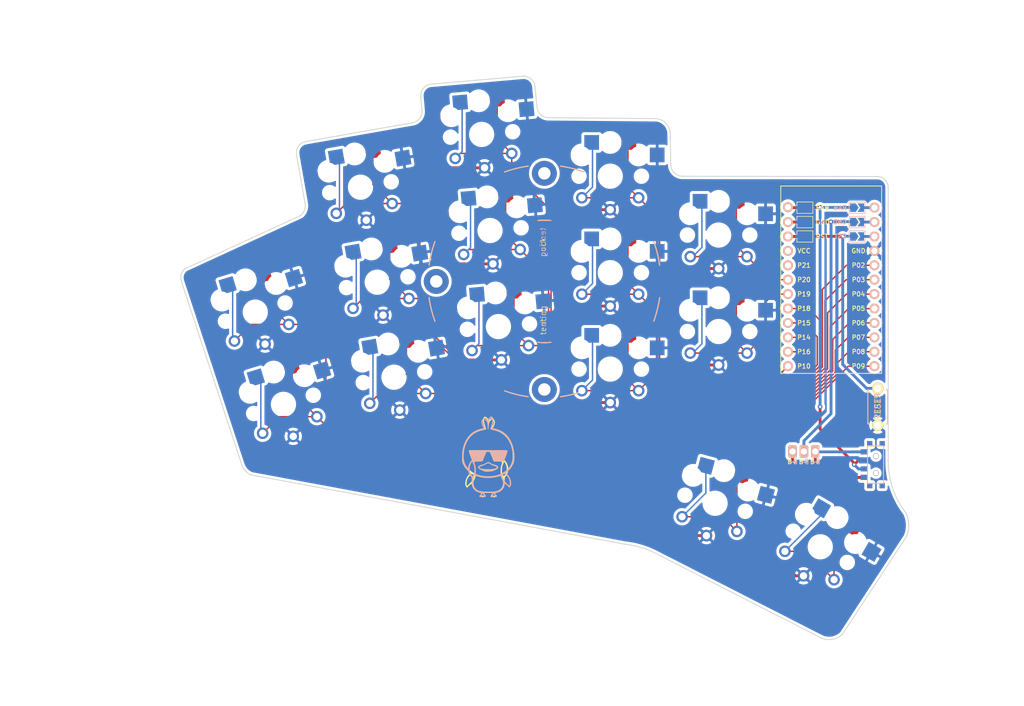
<source format=kicad_pcb>
(kicad_pcb (version 20211014) (generator pcbnew)
  (title_block (title "board") (rev "v1.0.0") (company "Unknown"))
  (layers (0 "F.Cu" signal) (31 "B.Cu" signal) (34 "B.Paste" user) (35 "F.Paste" user) (36 "B.SilkS" user "B.Silkscreen") (37 "F.SilkS" user "F.Silkscreen") (38 "B.Mask" user) (39 "F.Mask" user) (44 "Edge.Cuts" user))
  (net 0 "")
  (net 1 "P6")
  (net 2 "GND")
  (net 3 "P5")
  (net 4 "P4")
  (net 5 "P3")
  (net 6 "P2")
  (net 7 "P18")
  (net 8 "P15")
  (net 9 "P14")
  (net 10 "P16")
  (net 11 "P10")
  (net 12 "P19")
  (net 13 "P20")
  (net 14 "P21")
  (net 15 "P7")
  (net 16 "P8")
  (net 17 "P9")
  (net 18 "RAW")
  (net 19 "RST")
  (net 20 "VCC")
  (net 21 "Braw")
  (net 22 "Bgnd")
  (footprint "E73:SPDT_C128955" (layer "F.Cu") (at 162.242148 -55.849495 -90)
    (fp_text reference "T1" hide)
    (fp_text value "" hide)
  )
  (footprint "lib:bat" (layer "F.Cu") (at 149.545396 -58.163682)
    (fp_text reference "PAD1" hide)
    (fp_text value "" hide)
  )
  (footprint "kbd:ResetSW" (layer "F.Cu") (at 162.56 -66.04 90)
    (fp_text reference "B1" hide)
    (fp_text value "")
  )
  (footprint "PG1350" (layer "F.Cu") (at 71.38711 -104.745067 10)
    (fp_text reference "S11" hide)
    (fp_text value "" hide)
  )
  (footprint "PG1350" (layer "F.Cu") (at 152.428645 -41.360213 150)
    (fp_text reference "S34" hide)
    (fp_text value "" hide)
  )
  (footprint "PG1350" (layer "F.Cu") (at 94.221643 -97.114167 5)
    (fp_text reference "S15" hide)
    (fp_text value "" hide)
  )
  (footprint "PG1350" (layer "F.Cu") (at 115.411087 -89.686017)
    (fp_text reference "S21" hide)
    (fp_text value "" hide)
  )
  (footprint "PG1350" (layer "F.Cu") (at 77.291148 -71.261603 -170)
    (fp_text reference "S8" hide)
    (fp_text value "" hide)
  )
  (footprint "PG1350" (layer "F.Cu") (at 95.703291 -80.178857 -175)
    (fp_text reference "S14" hide)
    (fp_text value "" hide)
  )
  (footprint "PG1350" (layer "F.Cu") (at 115.411087 -72.686017 180)
    (fp_text reference "S20" hide)
    (fp_text value "" hide)
  )
  (footprint "PG1350" (layer "F.Cu") (at 134.517334 -79.310985 180)
    (fp_text reference "S28" hide)
    (fp_text value "" hide)
  )
  (footprint "PG1350" (layer "F.Cu") (at 134.517334 -96.310985)
    (fp_text reference "S29" hide)
    (fp_text value "" hide)
  )
  (footprint "LOGO" (layer "F.Cu") (at 93.819755 -55.859733)
    (fp_text reference "G***" hide)
    (fp_text value "LOGO" hide)
  )
  (footprint "PG1350" (layer "F.Cu") (at 152.428645 -41.360213 -30)
    (fp_text reference "S33" hide)
    (fp_text value "" hide)
  )
  (footprint "PG1350" (layer "F.Cu") (at 77.291148 -71.261603 10)
    (fp_text reference "S7" hide)
    (fp_text value "" hide)
  )
  (footprint "E73:SPDT_C128955" (layer "F.Cu") (at 162.242148 -55.849495 -90)
    (fp_text reference "T2" hide)
    (fp_text value "" hide)
  )
  (footprint "PG1350" (layer "F.Cu") (at 52.842259 -82.729963 17)
    (fp_text reference "S5" hide)
    (fp_text value "" hide)
  )
  (footprint "PG1350" (layer "F.Cu") (at 134.517334 -79.310985)
    (fp_text reference "S27" hide)
    (fp_text value "" hide)
  )
  (footprint "PG1350" (layer "F.Cu") (at 74.339129 -88.003335 10)
    (fp_text reference "S9" hide)
    (fp_text value "" hide)
  )
  (footprint "PG1350" (layer "F.Cu") (at 94.221643 -97.114167 -175)
    (fp_text reference "S16" hide)
    (fp_text value "" hide)
  )
  (footprint "PG1350" (layer "F.Cu") (at 134.517334 -96.310985 180)
    (fp_text reference "S30" hide)
    (fp_text value "" hide)
  )
  (footprint "PG1350" (layer "F.Cu") (at 95.703291 -80.178857 5)
    (fp_text reference "S13" hide)
    (fp_text value "" hide)
  )
  (footprint "PG1350" (layer "F.Cu") (at 115.411087 -106.686017 180)
    (fp_text reference "S24" hide)
    (fp_text value "" hide)
  )
  (footprint "PG1350" (layer "F.Cu") (at 92.739996 -114.049477 5)
    (fp_text reference "S17" hide)
    (fp_text value "" hide)
  )
  (footprint "PG1350" (layer "F.Cu") (at 57.812578 -66.472782 -163)
    (fp_text reference "S4" hide)
    (fp_text value "" hide)
  )
  (footprint "PG1350" (layer "F.Cu") (at 74.339129 -88.003335 -170)
    (fp_text reference "S10" hide)
    (fp_text value "" hide)
  )
  (footprint "PG1350" (layer "F.Cu") (at 115.411087 -89.686017 180)
    (fp_text reference "S22" hide)
    (fp_text value "" hide)
  )
  (footprint "PG1350" (layer "F.Cu") (at 133.891046 -49.038738 -15)
    (fp_text reference "S31" hide)
    (fp_text value "" hide)
  )
  (footprint "ProMicro" (layer "F.Cu") (at 154.357213 -87.172542 -90)
    (fp_text reference "MCU1" hide)
    (fp_text value "" hide)
  )
  (footprint "PG1350" (layer "F.Cu") (at 57.812578 -66.472782 17)
    (fp_text reference "S3" hide)
    (fp_text value "" hide)
  )
  (footprint "PG1350" (layer "F.Cu") (at 133.891046 -49.038738 165)
    (fp_text reference "S32" hide)
    (fp_text value "" hide)
  )
  (footprint "Alaa:Tenting_Puck_3_Holes" (layer "F.Cu") (at 103.79722 -88.141427)
    (fp_text reference "REF**")
    (fp_text value "Tenting Puck")
  )
  (footprint "PG1350" (layer "F.Cu") (at 71.38711 -104.745067 -170)
    (fp_text reference "S12" hide)
    (fp_text value "" hide)
  )
  (footprint "PG1350" (layer "F.Cu") (at 115.411087 -106.686017)
    (fp_text reference "S23" hide)
    (fp_text value "" hide)
  )
  (footprint "PG1350" (layer "F.Cu") (at 52.842259 -82.729963 -163)
    (fp_text reference "S6" hide)
    (fp_text value "" hide)
  )
  (footprint "PG1350" (layer "F.Cu") (at 115.411087 -72.686017)
    (fp_text reference "S19" hide)
    (fp_text value "" hide)
  )
  (footprint "PG1350" (layer "F.Cu") (at 92.739996 -114.049477 -175)
    (fp_text reference "S18" hide)
    (fp_text value "" hide)
  )
  (footprint "LOGO" (layer "B.Cu") (at 93.98 -55.88 180)
    (fp_text reference "G***" hide)
    (fp_text value "LOGO" hide)
  )
  (gr_arc (start 104.509588 -117.005368) (mid 103.158397 -117.530806) (end 102.517198 -118.831058) (layer "Edge.Cuts") (width 0.15))
  (gr_line (start 126.088253 -108.703396) (end 125.984 -114.046) (layer "Edge.Cuts") (width 0.15))
  (gr_arc (start 82.233091 -118.259454) (mid 81.827408 -116.867619) (end 80.587997 -116.115527) (layer "Edge.Cuts") (width 0.15))
  (gr_arc (start 167.528587 -47.330455) (mid 168.024672 -45.267049) (end 167.64 -43.18) (layer "Edge.Cuts") (width 0.15))
  (gr_arc (start 167.528587 -47.330455) (mid 165.211835 -51.649611) (end 164.411087 -56.485027) (layer "Edge.Cuts") (width 0.15))
  (gr_line (start 60.120825 -110.475759) (end 61.630489 -101.874615) (layer "Edge.Cuts") (width 0.15))
  (gr_line (start 118.067797 -41.80264) (end 52.13573 -54.028933) (layer "Edge.Cuts") (width 0.15))
  (gr_line (start 83.834124 -122.906984) (end 99.972478 -124.318907) (layer "Edge.Cuts") (width 0.15))
  (gr_arc (start 52.13573 -54.028933) (mid 51.093996 -54.760565) (end 50.45086 -55.859129) (layer "Edge.Cuts") (width 0.15))
  (gr_line (start 162.411086 -106.629429) (end 128.117202 -106.676472) (layer "Edge.Cuts") (width 0.15))
  (gr_line (start 104.509588 -117.005368) (end 123.444 -116.84) (layer "Edge.Cuts") (width 0.15))
  (gr_line (start 39.815446 -88.161643) (end 50.45086 -55.859129) (layer "Edge.Cuts") (width 0.15))
  (gr_arc (start 99.972478 -124.318908) (mid 101.432366 -123.858608) (end 102.139179 -122.500829) (layer "Edge.Cuts") (width 0.15))
  (gr_arc (start 128.117202 -106.676472) (mid 126.698658 -107.285463) (end 126.088253 -108.703396) (layer "Edge.Cuts") (width 0.15))
  (gr_arc (start 60.120826 -110.475759) (mid 60.452137 -111.970208) (end 61.743144 -112.792671) (layer "Edge.Cuts") (width 0.15))
  (gr_line (start 156.354214 -25.985787) (end 167.64 -43.18) (layer "Edge.Cuts") (width 0.15))
  (gr_arc (start 118.067797 -41.80264) (mid 120.992158 -41.190657) (end 123.746692 -40.034594) (layer "Edge.Cuts") (width 0.15))
  (gr_line (start 152.4 -25.4) (end 123.746692 -40.034594) (layer "Edge.Cuts") (width 0.15))
  (gr_arc (start 123.444 -116.84) (mid 125.278785 -115.956422) (end 125.984 -114.046) (layer "Edge.Cuts") (width 0.15))
  (gr_arc (start 156.354214 -25.985787) (mid 154.473897 -25.039536) (end 152.4 -25.4) (layer "Edge.Cuts") (width 0.15))
  (gr_arc (start 39.815446 -88.161643) (mid 39.788585 -89.36909) (end 40.458272 -90.379598) (layer "Edge.Cuts") (width 0.15))
  (gr_line (start 102.139179 -122.500829) (end 102.517198 -118.831058) (layer "Edge.Cuts") (width 0.15))
  (gr_line (start 61.743144 -112.792671) (end 80.587997 -116.115527) (layer "Edge.Cuts") (width 0.15))
  (gr_arc (start 61.630489 -101.874615) (mid 61.532287 -100.734816) (end 60.891088 -99.781795) (layer "Edge.Cuts") (width 0.15))
  (gr_arc (start 82.016046 -120.740284) (mid 82.476347 -122.20017) (end 83.834124 -122.906984) (layer "Edge.Cuts") (width 0.15))
  (gr_line (start 40.458272 -90.379598) (end 60.891088 -99.781795) (layer "Edge.Cuts") (width 0.15))
  (gr_line (start 82.23309 -118.259454) (end 82.016046 -120.740283) (layer "Edge.Cuts") (width 0.15))
  (gr_arc (start 162.411086 -106.629429) (mid 163.838502 -106.070136) (end 164.411086 -104.648) (layer "Edge.Cuts") (width 0.15))
  (gr_line (start 164.411087 -56.485027) (end 164.411086 -104.648) (layer "Edge.Cuts") (width 0.15))
  (segment (start 157.527339 -80.822542) (end 154.628374 -77.923577) (width 0.25) (layer "F.Cu") (net 1))
  (segment (start 58.734795 -80.557863) (end 52.095465 -80.557863) (width 0.25) (layer "F.Cu") (net 1))
  (segment (start 54.234545 -89.377494) (end 54.234545 -85.058113) (width 0.25) (layer "F.Cu") (net 1))
  (segment (start 52.095465 -80.557863) (end 49.171748 -77.634146) (width 0.25) (layer "F.Cu") (net 1))
  (segment (start 94.028116 -72.037521) (end 89.562066 -72.037521) (width 0.25) (layer "F.Cu") (net 1))
  (segment (start 54.234545 -85.058113) (end 58.734795 -80.557863) (width 0.25) (layer "F.Cu") (net 1))
  (segment (start 154.628374 -72.346106) (end 149.562665 -67.280397) (width 0.25) (layer "F.Cu") (net 1))
  (segment (start 65.297412 -69.322588) (end 65.297412 -78.74) (width 0.25) (layer "F.Cu") (net 1))
  (segment (start 149.562665 -67.280397) (end 126.862431 -67.280397) (width 0.25) (layer "F.Cu") (net 1))
  (segment (start 161.977213 -80.822542) (end 157.527339 -80.822542) (width 0.25) (layer "F.Cu") (net 1))
  (segment (start 126.862431 -67.280397) (end 126.311018 -66.728983) (width 0.25) (layer "F.Cu") (net 1))
  (segment (start 121.686138 -62.104105) (end 109.813673 -62.104105) (width 0.25) (layer "F.Cu") (net 1))
  (segment (start 109.813673 -62.104105) (end 106.982862 -64.934916) (width 0.25) (layer "F.Cu") (net 1))
  (segment (start 71.12 -63.5) (end 65.297412 -69.322588) (width 0.25) (layer "F.Cu") (net 1))
  (segment (start 63.479549 -80.557863) (end 58.734795 -80.557863) (width 0.25) (layer "F.Cu") (net 1))
  (segment (start 126.311018 -66.728983) (end 121.686138 -62.104105) (width 0.25) (layer "F.Cu") (net 1))
  (segment (start 89.562066 -72.037521) (end 81.024544 -63.5) (width 0.25) (layer "F.Cu") (net 1))
  (segment (start 154.628374 -77.923577) (end 154.628374 -72.346106) (width 0.25) (layer "F.Cu") (net 1))
  (segment (start 81.024544 -63.5) (end 71.12 -63.5) (width 0.25) (layer "F.Cu") (net 1))
  (segment (start 101.130724 -64.934916) (end 94.028116 -72.037521) (width 0.25) (layer "F.Cu") (net 1))
  (segment (start 65.297412 -78.74) (end 63.479549 -80.557863) (width 0.25) (layer "F.Cu") (net 1))
  (segment (start 106.982862 -64.934916) (end 101.130724 -64.934916) (width 0.25) (layer "F.Cu") (net 1))
  (segment (start 47.655954 -88.184596) (end 48.856953 -86.983597) (width 0.25) (layer "B.Cu") (net 1))
  (segment (start 48.856953 -86.983597) (end 48.856953 -78.356283) (width 0.25) (layer "B.Cu") (net 1))
  (segment (start 108.15356 -75.418544) (end 107.136087 -76.436017) (width 0.5) (layer "F.Cu") (net 2))
  (segment (start 63.384822 -105.421809) (end 62.586645 -106.219986) (width 0.5) (layer "F.Cu") (net 2))
  (segment (start 96.21751 -74.301308) (end 89.760656 -74.301308) (width 0.5) (layer "F.Cu") (net 2))
  (segment (start 134.517334 -90.410985) (end 128.150955 -90.410985) (width 0.5) (layer "F.Cu") (net 2))
  (segment (start 63.384822 -100.80225) (end 63.384822 -105.421809) (width 0.5) (layer "F.Cu") (net 2))
  (segment (start 128.789852 -73.410985) (end 126.242334 -75.958503) (width 0.5) (layer "F.Cu") (net 2))
  (segment (start 75.363653 -82.192969) (end 74.347654 -81.17697) (width 0.5) (layer "F.Cu") (net 2))
  (segment (start 115.411087 -66.786017) (end 109.81576 -66.786017) (width 0.5) (layer "F.Cu") (net 2))
  (segment (start 126.242334 -92.319606) (end 126.242334 -100.060985) (width 0.5) (layer "F.Cu") (net 2))
  (segment (start 108.15356 -68.448217) (end 108.15356 -75.418544) (width 0.5) (layer "F.Cu") (net 2))
  (segment (start 62.586645 -106.219986) (end 62.586645 -107.001157) (width 0.5) (layer "F.Cu") (net 2))
  (segment (start 66.26837 -97.918702) (end 63.384822 -100.80225) (width 0.5) (layer "F.Cu") (net 2))
  (segment (start 74.347654 -81.17697) (end 68.485407 -81.17697) (width 0.5) (layer "F.Cu") (net 2))
  (segment (start 71.813295 -64.435238) (end 68.490683 -67.75785) (width 0.5) (layer "F.Cu") (net 2))
  (segment (start 89.760656 -74.301308) (end 87.132946 -76.929018) (width 0.5) (layer "F.Cu") (net 2))
  (segment (start 125.807135 -53.741241) (end 126.868581 -54.802687) (width 0.5) (layer "F.Cu") (net 2))
  (segment (start 109.81576 -66.786017) (end 108.15356 -68.448217) (width 0.5) (layer "F.Cu") (net 2))
  (segment (start 49.917361 -65.987885) (end 48.802762 -67.102484) (width 0.5) (layer "F.Cu") (net 2))
  (segment (start 144.4244 -39.868068) (end 144.4244 -46.032423) (width 0.5) (layer "F.Cu") (net 2))
  (segment (start 125.807135 -45.471746) (end 125.807135 -53.741241) (width 0.5) (layer "F.Cu") (net 2))
  (segment (start 59.537571 -60.830584) (end 58.196209 -59.489222) (width 0.5) (layer "F.Cu") (net 2))
  (segment (start 77.299673 -64.435238) (end 71.813295 -64.435238) (width 0.5) (layer "F.Cu") (net 2))
  (segment (start 115.411087 -83.786017) (end 108.973745 -83.786017) (width 0.5) (layer "F.Cu") (net 2))
  (segment (start 78.315672 -65.451237) (end 77.299673 -64.435238) (width 0.5) (layer "F.Cu") (net 2))
  (segment (start 58.196209 -59.489222) (end 53.137791 -59.489222) (width 0.5) (layer "F.Cu") (net 2))
  (segment (start 71.395635 -97.918702) (end 66.26837 -97.918702) (width 0.5) (layer "F.Cu") (net 2))
  (segment (start 132.364014 -43.339776) (end 127.939105 -43.339776) (width 0.5) (layer "F.Cu") (net 2))
  (segment (start 53.137791 -59.489222) (end 49.917361 -62.709652) (width 0.5) (layer "F.Cu") (net 2))
  (segment (start 134.517334 -73.410985) (end 128.789852 -73.410985) (width 0.5) (layer "F.Cu") (net 2))
  (segment (start 107.136087 -103.216201) (end 107.136087 -110.436017) (width 0.5) (layer "F.Cu") (net 2))
  (segment (start 86.601289 -108.171928) (end 86.570217 -108.140856) (width 0.5) (layer "F.Cu") (net 2))
  (segment (start 93.254215 -108.171928) (end 86.601289 -108.171928) (width 0.5) (layer "F.Cu") (net 2))
  (segment (start 115.411087 -100.786017) (end 109.566271 -100.786017) (width 0.5) (layer "F.Cu") (net 2))
  (segment (start 68.485407 -81.17697) (end 65.538664 -84.123713) (width 0.5) (layer "F.Cu") (net 2))
  (segment (start 85.651298 -93.599163) (end 85.651298 -100.128683) (width 0.5) (layer "F.Cu") (net 2))
  (segment (start 65.538664 -84.123713) (end 65.538664 -90.259425) (width 0.5) (layer "F.Cu") (net 2))
  (segment (start 48.802762 -67.102484) (end 48.802762 -67.639549) (width 0.5) (layer "F.Cu") (net 2))
  (segment (start 144.4244 -46.032423) (end 147.137285 -48.745308) (width 0.5) (layer "F.Cu") (net 2))
  (segment (start 127.939105 -43.339776) (end 125.807135 -45.471746) (width 0.5) (layer "F.Cu") (net 2))
  (segment (start 148.041805 -36.250663) (end 144.4244 -39.868068) (width 0.5) (layer "F.Cu") (net 2))
  (segment (start 108.15356 -76.015027) (end 107.136087 -77.0325) (width 0.5) (layer "F.Cu") (net 2))
  (segment (start 109.566271 -100.786017) (end 107.136087 -103.216201) (width 0.5) (layer "F.Cu") (net 2))
  (segment (start 94.735862 -91.236618) (end 88.013843 -91.236618) (width 0.5) (layer "F.Cu") (net 2))
  (segment (start 48.232895 -75.218284) (end 44.864298 -78.586881) (width 0.5) (layer "F.Cu") (net 2))
  (segment (start 87.132946 -76.929018) (end 87.132946 -83.193373) (width 0.5) (layer "F.Cu") (net 2))
  (segment (start 88.013843 -91.236618) (end 85.651298 -93.599163) (width 0.5) (layer "F.Cu") (net 2))
  (segment (start 108.973745 -83.786017) (end 107.136087 -85.623675) (width 0.5) (layer "F.Cu") (net 2))
  (segment (start 128.150955 -90.410985) (end 126.242334 -92.319606) (width 0.5) (layer "F.Cu") (net 2))
  (segment (start 44.864298 -78.586881) (end 44.864298 -82.864875) (width 0.5) (layer "F.Cu") (net 2))
  (segment (start 86.570217 -108.140856) (end 84.169651 -110.541422) (width 0.5) (layer "F.Cu") (net 2))
  (segment (start 54.567252 -77.087765) (end 52.697771 -75.218284) (width 0.5) (layer "F.Cu") (net 2))
  (segment (start 72.411634 -98.934701) (end 71.395635 -97.918702) (width 0.5) (layer "F.Cu") (net 2))
  (segment (start 149.478645 -36.250663) (end 148.041805 -36.250663) (width 0.5) (layer "F.Cu") (net 2))
  (segment (start 68.490683 -67.75785) (end 68.490683 -73.517693) (width 0.5) (layer "F.Cu") (net 2))
  (segment (start 52.697771 -75.218284) (end 48.232895 -75.218284) (width 0.5) (layer "F.Cu") (net 2))
  (segment (start 107.136087 -85.623675) (end 107.136087 -93.436017) (width 0.5) (layer "F.Cu") (net 2))
  (segment (start 44.864298 -82.864875) (end 43.832443 -83.89673) (width 0.5) (layer "F.Cu") (net 2))
  (segment (start 49.917361 -62.709652) (end 49.917361 -65.987885) (width 0.5) (layer "F.Cu") (net 2))
  (segment (start 126.242334 -75.958503) (end 126.242334 -83.060985) (width 0.5) (layer "F.Cu") (net 2))
  (segment (start 84.169651 -110.541422) (end 84.169651 -117.063993) (width 0.5) (layer "F.Cu") (net 2))
  (via (at 154.304587 -98.650426) (size 0.8) (drill 0.4) (layers "F.Cu" "B.Cu") (net 2))
  (segment (start 154.178854 -72.532303) (end 154.178854 -80.140845) (width 0.25) (layer "F.Cu") (net 3))
  (segment (start 157.383378 -83.345369) (end 161.96004 -83.345369) (width 0.25) (layer "F.Cu") (net 3))
  (segment (start 121.499941 -62.553625) (end 126.676233 -67.729917) (width 0.25) (layer "F.Cu") (net 3))
  (segment (start 79.483187 -71.779437) (end 82.87505 -68.387574) (width 0.25) (layer "F.Cu") (net 3))
  (segment (start 94.214315 -72.487041) (end 101.31692 -65.384436) (width 0.25) (layer "F.Cu") (net 3))
  (segment (start 154.178854 -80.140845) (end 157.383378 -83.345369) (width 0.25) (layer "F.Cu") (net 3))
  (segment (start 149.376468 -67.729917) (end 154.178854 -72.532303) (width 0.25) (layer "F.Cu") (net 3))
  (segment (start 101.31692 -65.384436) (end 107.16906 -65.384436) (width 0.25) (layer "F.Cu") (net 3))
  (segment (start 82.87505 -68.387574) (end 74.763453 -68.387574) (width 0.25) (layer "F.Cu") (net 3))
  (segment (start 79.483187 -77.689907) (end 79.483187 -71.779437) (width 0.25) (layer "F.Cu") (net 3))
  (segment (start 74.763453 -68.387574) (end 73.026972 -66.651093) (width 0.25) (layer "F.Cu") (net 3))
  (segment (start 85.2764 -68.387574) (end 89.375867 -72.487041) (width 0.25) (layer "F.Cu") (net 3))
  (segment (start 109.999871 -62.553625) (end 121.499941 -62.553625) (width 0.25) (layer "F.Cu") (net 3))
  (segment (start 107.16906 -65.384436) (end 109.999871 -62.553625) (width 0.25) (layer "F.Cu") (net 3))
  (segment (start 82.87505 -68.387574) (end 85.2764 -68.387574) (width 0.25) (layer "F.Cu") (net 3))
  (segment (start 89.375867 -72.487041) (end 94.214315 -72.487041) (width 0.25) (layer "F.Cu") (net 3))
  (segment (start 126.676233 -67.729917) (end 149.376468 -67.729917) (width 0.25) (layer "F.Cu") (net 3))
  (segment (start 73.59045 -67.214571) (end 73.026972 -66.651093) (width 0.25) (layer "B.Cu") (net 3))
  (segment (start 73.032696 -76.552511) (end 73.59045 -75.994757) (width 0.25) (layer "B.Cu") (net 3))
  (segment (start 73.59045 -75.994757) (end 73.59045 -67.214571) (width 0.25) (layer "B.Cu") (net 3))
  (segment (start 126.490035 -68.179437) (end 149.19027 -68.179437) (width 0.25) (layer "F.Cu") (net 4))
  (segment (start 76.531168 -88.521169) (end 79.923031 -85.129306) (width 0.25) (layer "F.Cu") (net 4))
  (segment (start 94.400512 -72.936561) (end 101.503117 -65.833956) (width 0.25) (layer "F.Cu") (net 4))
  (segment (start 110.186071 -63.003145) (end 121.313741 -63.003145) (width 0.25) (layer "F.Cu") (net 4))
  (segment (start 76.531168 -94.431639) (end 76.531168 -88.521169) (width 0.25) (layer "F.Cu") (net 4))
  (segment (start 149.19027 -68.179437) (end 153.729334 -72.718501) (width 0.25) (layer "F.Cu") (net 4))
  (segment (start 153.729334 -82.609334) (end 157.024799 -85.904799) (width 0.25) (layer "F.Cu") (net 4))
  (segment (start 84.38648 -77.933067) (end 89.382986 -72.936561) (width 0.25) (layer "F.Cu") (net 4))
  (segment (start 84.38648 -82.617802) (end 84.38648 -77.933067) (width 0.25) (layer "F.Cu") (net 4))
  (segment (start 157.024799 -85.904799) (end 161.974956 -85.904799) (width 0.25) (layer "F.Cu") (net 4))
  (segment (start 79.923031 -85.129306) (end 71.811434 -85.129306) (width 0.25) (layer "F.Cu") (net 4))
  (segment (start 89.382986 -72.936561) (end 94.400512 -72.936561) (width 0.25) (layer "F.Cu") (net 4))
  (segment (start 81.874976 -85.129306) (end 84.38648 -82.617802) (width 0.25) (layer "F.Cu") (net 4))
  (segment (start 107.355257 -65.833956) (end 110.186071 -63.003145) (width 0.25) (layer "F.Cu") (net 4))
  (segment (start 79.923031 -85.129306) (end 81.874976 -85.129306) (width 0.25) (layer "F.Cu") (net 4))
  (segment (start 161.974956 -85.904799) (end 161.977213 -85.902542) (width 0.25) (layer "F.Cu") (net 4))
  (segment (start 153.729334 -72.718501) (end 153.729334 -82.609334) (width 0.25) (layer "F.Cu") (net 4))
  (segment (start 71.811434 -85.129306) (end 70.074953 -83.392825) (width 0.25) (layer "F.Cu") (net 4))
  (segment (start 101.503117 -65.833956) (end 107.355257 -65.833956) (width 0.25) (layer "F.Cu") (net 4))
  (segment (start 121.313741 -63.003145) (end 126.490035 -68.179437) (width 0.25) (layer "F.Cu") (net 4))
  (segment (start 70.638431 -83.956303) (end 70.074953 -83.392825) (width 0.25) (layer "B.Cu") (net 4))
  (segment (start 70.638431 -92.736489) (end 70.638431 -83.956303) (width 0.25) (layer "B.Cu") (net 4))
  (segment (start 70.080677 -93.294243) (end 70.638431 -92.736489) (width 0.25) (layer "B.Cu") (net 4))
  (segment (start 68.859415 -101.871038) (end 67.122934 -100.134557) (width 0.25) (layer "F.Cu") (net 5))
  (segment (start 107.541455 -66.283476) (end 110.372268 -63.452665) (width 0.25) (layer "F.Cu") (net 5))
  (segment (start 73.579149 -111.173371) (end 73.579149 -105.262901) (width 0.25) (layer "F.Cu") (net 5))
  (segment (start 149.004072 -68.628957) (end 153.249052 -72.873937) (width 0.25) (layer "F.Cu") (net 5))
  (segment (start 81.858703 -85.781297) (end 84.836 -82.804) (width 0.25) (layer "F.Cu") (net 5))
  (segment (start 110.372268 -63.452665) (end 121.127544 -63.452665) (width 0.25) (layer "F.Cu") (net 5))
  (segment (start 81.858703 -99.573497) (end 81.858703 -85.781297) (width 0.25) (layer "F.Cu") (net 5))
  (segment (start 153.249052 -84.703008) (end 156.988586 -88.442542) (width 0.25) (layer "F.Cu") (net 5))
  (segment (start 76.971012 -101.871038) (end 68.859415 -101.871038) (width 0.25) (layer "F.Cu") (net 5))
  (segment (start 79.561162 -101.871038) (end 81.858703 -99.573497) (width 0.25) (layer "F.Cu") (net 5))
  (segment (start 101.689314 -66.283476) (end 107.541455 -66.283476) (width 0.25) (layer "F.Cu") (net 5))
  (segment (start 153.249052 -72.873937) (end 153.249052 -84.703008) (width 0.25) (layer "F.Cu") (net 5))
  (segment (start 76.971012 -101.871038) (end 79.561162 -101.871038) (width 0.25) (layer "F.Cu") (net 5))
  (segment (start 89.569184 -73.386081) (end 94.586709 -73.386081) (width 0.25) (layer "F.Cu") (net 5))
  (segment (start 84.836 -82.804) (end 84.836 -78.119265) (width 0.25) (layer "F.Cu") (net 5))
  (segment (start 126.303837 -68.628957) (end 149.004072 -68.628957) (width 0.25) (layer "F.Cu") (net 5))
  (segment (start 73.579149 -105.262901) (end 76.971012 -101.871038) (width 0.25) (layer "F.Cu") (net 5))
  (segment (start 94.586709 -73.386081) (end 101.689314 -66.283476) (width 0.25) (layer "F.Cu") (net 5))
  (segment (start 156.988586 -88.442542) (end 161.977213 -88.442542) (width 0.25) (layer "F.Cu") (net 5))
  (segment (start 121.127544 -63.452665) (end 126.303837 -68.628957) (width 0.25) (layer "F.Cu") (net 5))
  (segment (start 84.836 -78.119265) (end 89.569184 -73.386081) (width 0.25) (layer "F.Cu") (net 5))
  (segment (start 67.686412 -100.698035) (end 67.122934 -100.134557) (width 0.25) (layer "B.Cu") (net 5))
  (segment (start 67.128658 -110.035975) (end 67.686412 -109.478221) (width 0.25) (layer "B.Cu") (net 5))
  (segment (start 67.686412 -109.478221) (end 67.686412 -100.698035) (width 0.25) (layer "B.Cu") (net 5))
  (segment (start 104.07916 -75.594064) (end 104.07916 -73.484347) (width 0.25) (layer "F.Cu") (net 6))
  (segment (start 106.680001 -67.780648) (end 110.558465 -63.902185) (width 0.25) (layer "F.Cu") (net 6))
  (segment (start 110.558465 -63.902185) (end 120.941347 -63.902185) (width 0.25) (layer "F.Cu") (net 6))
  (segment (start 91.925067 -76.829096) (end 91.053509 -75.957538) (width 0.25) (layer "F.Cu") (net 6))
  (segment (start 106.68 -70.883507) (end 106.680001 -67.780648) (width 0.25) (layer "F.Cu") (net 6))
  (segment (start 101.015456 -76.829096) (end 98.447252 -79.3973) (width 0.25) (layer "F.Cu") (net 6))
  (segment (start 152.799532 -73.060135) (end 152.799532 -86.738477) (width 0.25) (layer "F.Cu") (net 6))
  (segment (start 98.447252 -79.3973) (end 98.447252 -86.391651) (width 0.25) (layer "F.Cu") (net 6))
  (segment (start 104.07916 -73.484347) (end 106.68 -70.883507) (width 0.25) (layer "F.Cu") (net 6))
  (segment (start 120.941347 -63.902185) (end 126.117639 -69.078477) (width 0.25) (layer "F.Cu") (net 6))
  (segment (start 126.117639 -69.078477) (end 148.817874 -69.078477) (width 0.25) (layer "F.Cu") (net 6))
  (segment (start 101.015456 -76.829096) (end 102.844128 -76.829096) (width 0.25) (layer "F.Cu") (net 6))
  (segment (start 102.844128 -76.829096) (end 104.07916 -75.594064) (width 0.25) (layer "F.Cu") (net 6))
  (segment (start 152.799532 -86.738477) (end 157.043597 -90.982542) (width 0.25) (layer "F.Cu") (net 6))
  (segment (start 157.043597 -90.982542) (end 161.977213 -90.982542) (width 0.25) (layer "F.Cu") (net 6))
  (segment (start 101.015456 -76.829096) (end 91.925067 -76.829096) (width 0.25) (layer "F.Cu") (net 6))
  (segment (start 148.817874 -69.078477) (end 152.799532 -73.060135) (width 0.25) (layer "F.Cu") (net 6))
  (segment (start 92.270004 -77.174033) (end 91.053509 -75.957538) (width 0.25) (layer "B.Cu") (net 6))
  (segment (start 91.922177 -85.82078) (end 92.270004 -85.472953) (width 0.25) (layer "B.Cu") (net 6))
  (segment (start 92.270004 -85.472953) (end 92.270004 -77.174033) (width 0.25) (layer "B.Cu") (net 6))
  (segment (start 110.744662 -64.351705) (end 120.755149 -64.351705) (width 0.25) (layer "F.Cu") (net 7))
  (segment (start 104.52868 -88.769534) (end 104.52868 -73.670546) (width 0.25) (layer "F.Cu") (net 7))
  (segment (start 152.350012 -73.246333) (end 152.350012 -81.329988) (width 0.25) (layer "F.Cu") (net 7))
  (segment (start 99.533808 -93.764406) (end 90.443419 -93.764406) (width 0.25) (layer "F.Cu") (net 7))
  (segment (start 96.965604 -96.33261) (end 99.533808 -93.764406) (width 0.25) (layer "F.Cu") (net 7))
  (segment (start 107.12952 -67.966846) (end 107.392843 -67.703524) (width 0.25) (layer "F.Cu") (net 7))
  (segment (start 150.317458 -83.362542) (end 146.737213 -83.362542) (width 0.25) (layer "F.Cu") (net 7))
  (segment (start 107.392843 -67.703524) (end 110.744662 -64.351705) (width 0.25) (layer "F.Cu") (net 7))
  (segment (start 99.533808 -93.764406) (end 104.52868 -88.769534) (width 0.25) (layer "F.Cu") (net 7))
  (segment (start 148.631676 -69.527997) (end 152.350012 -73.246333) (width 0.25) (layer "F.Cu") (net 7))
  (segment (start 125.931441 -69.527997) (end 148.631676 -69.527997) (width 0.25) (layer "F.Cu") (net 7))
  (segment (start 96.965604 -103.326961) (end 96.965604 -96.33261) (width 0.25) (layer "F.Cu") (net 7))
  (segment (start 90.443419 -93.764406) (end 89.571861 -92.892848) (width 0.25) (layer "F.Cu") (net 7))
  (segment (start 107.12952 -71.069705) (end 107.12952 -67.966846) (width 0.25) (layer "F.Cu") (net 7))
  (segment (start 152.350012 -81.329988) (end 150.317458 -83.362542) (width 0.25) (layer "F.Cu") (net 7))
  (segment (start 104.52868 -73.670546) (end 107.12952 -71.069705) (width 0.25) (layer "F.Cu") (net 7))
  (segment (start 120.755149 -64.351705) (end 125.931441 -69.527997) (width 0.25) (layer "F.Cu") (net 7))
  (segment (start 90.788356 -94.109343) (end 89.571861 -92.892848) (width 0.25) (layer "B.Cu") (net 7))
  (segment (start 90.440529 -102.75609) (end 90.788356 -102.408263) (width 0.25) (layer "B.Cu") (net 7))
  (segment (start 90.788356 -102.408263) (end 90.788356 -94.109343) (width 0.25) (layer "B.Cu") (net 7))
  (segment (start 148.445478 -69.977517) (end 151.900492 -73.432531) (width 0.25) (layer "F.Cu") (net 8))
  (segment (start 120.568951 -64.801225) (end 125.745243 -69.977517) (width 0.25) (layer "F.Cu") (net 8))
  (segment (start 98.052161 -107.541789) (end 104.9782 -100.61575) (width 0.25) (layer "F.Cu") (net 8))
  (segment (start 151.900492 -78.376564) (end 149.454514 -80.822542) (width 0.25) (layer "F.Cu") (net 8))
  (segment (start 98.052161 -110.699716) (end 98.052161 -107.541789) (width 0.25) (layer "F.Cu") (net 8))
  (segment (start 95.483957 -120.262271) (end 95.483957 -113.26792) (width 0.25) (layer "F.Cu") (net 8))
  (segment (start 125.745243 -69.977517) (end 148.445478 -69.977517) (width 0.25) (layer "F.Cu") (net 8))
  (segment (start 110.930859 -64.801225) (end 120.568951 -64.801225) (width 0.25) (layer "F.Cu") (net 8))
  (segment (start 107.57904 -71.255902) (end 107.57904 -68.153044) (width 0.25) (layer "F.Cu") (net 8))
  (segment (start 88.961772 -110.699716) (end 88.090214 -109.828158) (width 0.25) (layer "F.Cu") (net 8))
  (segment (start 149.454514 -80.822542) (end 146.737213 -80.822542) (width 0.25) (layer "F.Cu") (net 8))
  (segment (start 98.052161 -110.699716) (end 88.961772 -110.699716) (width 0.25) (layer "F.Cu") (net 8))
  (segment (start 151.900492 -73.432531) (end 151.900492 -78.376564) (width 0.25) (layer "F.Cu") (net 8))
  (segment (start 104.9782 -100.61575) (end 104.9782 -73.856744) (width 0.25) (layer "F.Cu") (net 8))
  (segment (start 95.483957 -113.26792) (end 98.052161 -110.699716) (width 0.25) (layer "F.Cu") (net 8))
  (segment (start 104.9782 -73.856744) (end 107.57904 -71.255902) (width 0.25) (layer "F.Cu") (net 8))
  (segment (start 107.57904 -68.153044) (end 110.930859 -64.801225) (width 0.25) (layer "F.Cu") (net 8))
  (segment (start 89.306709 -111.044653) (end 88.090214 -109.828158) (width 0.25) (layer "B.Cu") (net 8))
  (segment (start 89.306709 -119.343573) (end 89.306709 -111.044653) (width 0.25) (layer "B.Cu") (net 8))
  (segment (start 88.958882 -119.6914) (end 89.306709 -119.343573) (width 0.25) (layer "B.Cu") (net 8))
  (segment (start 148.25928 -70.427037) (end 121.952107 -70.427037) (width 0.25) (layer "F.Cu") (net 9))
  (segment (start 146.737213 -78.282542) (end 149.026535 -78.282542) (width 0.25) (layer "F.Cu") (net 9))
  (segment (start 120.411087 -68.886017) (end 110.411087 -68.886017) (width 0.25) (layer "F.Cu") (net 9))
  (segment (start 118.536566 -78.486496) (end 118.536566 -70.760538) (width 0.25) (layer "F.Cu") (net 9))
  (segment (start 151.450972 -75.858105) (end 151.450972 -73.618729) (width 0.25) (layer "F.Cu") (net 9))
  (segment (start 151.450972 -73.618729) (end 148.25928 -70.427037) (width 0.25) (layer "F.Cu") (net 9))
  (segment (start 118.536566 -70.760538) (end 120.411087 -68.886017) (width 0.25) (layer "F.Cu") (net 9))
  (segment (start 118.686087 -78.636017) (end 118.536566 -78.486496) (width 0.25) (layer "F.Cu") (net 9))
  (segment (start 149.026535 -78.282542) (end 151.450972 -75.858105) (width 0.25) (layer "F.Cu") (net 9))
  (segment (start 121.952107 -70.427037) (end 120.411087 -68.886017) (width 0.25) (layer "F.Cu") (net 9))
  (segment (start 112.285608 -79.029475) (end 112.285608 -70.760538) (width 0.25) (layer "B.Cu") (net 9))
  (segment (start 112.285608 -70.760538) (end 110.411087 -68.886017) (width 0.25) (layer "B.Cu") (net 9))
  (segment (start 118.536566 -87.760538) (end 120.411087 -85.886017) (width 0.25) (layer "F.Cu") (net 10))
  (segment (start 123.65488 -82.642224) (end 123.65488 -72.872083) (width 0.25) (layer "F.Cu") (net 10))
  (segment (start 110.411087 -85.886017) (end 120.411087 -85.886017) (width 0.25) (layer "F.Cu") (net 10))
  (segment (start 148.073083 -70.876557) (end 151.001452 -73.804926) (width 0.25) (layer "F.Cu") (net 10))
  (segment (start 118.536566 -95.486496) (end 118.536566 -87.760538) (width 0.25) (layer "F.Cu") (net 10))
  (segment (start 149.86 -75.742542) (end 146.737213 -75.742542) (width 0.25) (layer "F.Cu") (net 10))
  (segment (start 120.411087 -85.886017) (end 123.65488 -82.642224) (width 0.25) (layer "F.Cu") (net 10))
  (segment (start 123.65488 -72.872083) (end 125.650407 -70.876557) (width 0.25) (layer "F.Cu") (net 10))
  (segment (start 151.001452 -74.60109) (end 149.86 -75.742542) (width 0.25) (layer "F.Cu") (net 10))
  (segment (start 151.001452 -73.804926) (end 151.001452 -74.60109) (width 0.25) (layer "F.Cu") (net 10))
  (segment (start 118.686087 -95.636017) (end 118.536566 -95.486496) (width 0.25) (layer "F.Cu") (net 10))
  (segment (start 125.650407 -70.876557) (end 148.073083 -70.876557) (width 0.25) (layer "F.Cu") (net 10))
  (segment (start 112.285608 -96.029475) (end 112.285608 -87.760538) (width 0.25) (layer "B.Cu") (net 10))
  (segment (start 112.285608 -87.760538) (end 110.411087 -85.886017) (width 0.25) (layer "B.Cu") (net 10))
  (segment (start 118.536566 -112.486496) (end 118.536566 -104.760538) (width 0.25) (layer "F.Cu") (net 11))
  (segment (start 124.1044 -99.192704) (end 124.1044 -73.058281) (width 0.25) (layer "F.Cu") (net 11))
  (segment (start 125.836604 -71.326077) (end 144.860748 -71.326077) (width 0.25) (layer "F.Cu") (net 11))
  (segment (start 120.411087 -102.886017) (end 110.411087 -102.886017) (width 0.25) (layer "F.Cu") (net 11))
  (segment (start 118.686087 -112.636017) (end 118.536566 -112.486496) (width 0.25) (layer "F.Cu") (net 11))
  (segment (start 124.1044 -73.058281) (end 125.836604 -71.326077) (width 0.25) (layer "F.Cu") (net 11))
  (segment (start 144.860748 -71.326077) (end 146.737213 -73.202542) (width 0.25) (layer "F.Cu") (net 11))
  (segment (start 120.411087 -102.886017) (end 124.1044 -99.192704) (width 0.25) (layer "F.Cu") (net 11))
  (segment (start 118.536566 -104.760538) (end 120.411087 -102.886017) (width 0.25) (layer "F.Cu") (net 11))
  (segment (start 112.285608 -104.760538) (end 110.411087 -102.886017) (width 0.25) (layer "B.Cu") (net 11))
  (segment (start 112.285608 -113.029475) (end 112.285608 -104.760538) (width 0.25) (layer "B.Cu") (net 11))
  (segment (start 142.839945 -78.833596) (end 142.839945 -84.533962) (width 0.25) (layer "F.Cu") (net 12))
  (segment (start 142.839945 -84.533962) (end 144.208525 -85.902542) (width 0.25) (layer "F.Cu") (net 12))
  (segment (start 139.517334 -75.510985) (end 142.839945 -78.833596) (width 0.25) (layer "F.Cu") (net 12))
  (segment (start 137.642813 -77.385506) (end 137.642813 -85.111464) (width 0.25) (layer "F.Cu") (net 12))
  (segment (start 139.517334 -75.510985) (end 137.642813 -77.385506) (width 0.25) (layer "F.Cu") (net 12))
  (segment (start 137.642813 -85.111464) (end 137.792334 -85.260985) (width 0.25) (layer "F.Cu") (net 12))
  (segment (start 144.208525 -85.902542) (end 146.737213 -85.902542) (width 0.25) (layer "F.Cu") (net 12))
  (segment (start 129.517334 -75.510985) (end 139.517334 -75.510985) (width 0.25) (layer "F.Cu") (net 12))
  (segment (start 131.572 -77.134241) (end 129.377759 -74.94) (width 0.25) (layer "B.Cu") (net 12))
  (segment (start 131.572 -84.220759) (end 131.572 -77.134241) (width 0.25) (layer "B.Cu") (net 12))
  (segment (start 131.102759 -84.69) (end 131.572 -84.220759) (width 0.25) (layer "B.Cu") (net 12))
  (segment (start 137.642813 -94.385506) (end 137.642813 -102.111464) (width 0.25) (layer "F.Cu") (net 13))
  (segment (start 137.642813 -102.111464) (end 137.792334 -102.260985) (width 0.25) (layer "F.Cu") (net 13))
  (segment (start 139.517334 -92.510985) (end 137.642813 -94.385506) (width 0.25) (layer "F.Cu") (net 13))
  (segment (start 143.585777 -88.442542) (end 146.737213 -88.442542) (width 0.25) (layer "F.Cu") (net 13))
  (segment (start 129.517334 -92.510985) (end 139.517334 -92.510985) (width 0.25) (layer "F.Cu") (net 13))
  (segment (start 139.517334 -92.510985) (end 143.585777 -88.442542) (width 0.25) (layer "F.Cu") (net 13))
  (segment (start 131.572 -101.220759) (end 131.572 -94.134241) (width 0.25) (layer "B.Cu") (net 13))
  (segment (start 129.948744 -92.510985) (end 129.517334 -92.510985) (width 0.25) (layer "B.Cu") (net 13))
  (segment (start 131.572 -94.134241) (end 129.948744 -92.510985) (width 0.25) (layer "B.Cu") (net 13))
  (segment (start 131.102759 -101.69) (end 131.572 -101.220759) (width 0.25) (layer "B.Cu") (net 13))
  (segment (start 157.36057 -78.282542) (end 155.077894 -75.999866) (width 0.25) (layer "F.Cu") (net 15))
  (segment (start 81.210741 -63.05048) (end 64.955316 -63.05048) (width 0.25) (layer "F.Cu") (net 15))
  (segment (start 155.077894 -75.999866) (end 155.077894 -72.159908) (width 0.25) (layer "F.Cu") (net 15))
  (segment (start 59.204864 -68.800932) (end 63.705114 -64.300682) (width 0.25) (layer "F.Cu") (net 15))
  (segment (start 64.955316 -63.05048) (end 63.705114 -64.300682) (width 0.25) (layer "F.Cu") (net 15))
  (segment (start 149.748863 -66.830877) (end 127.048629 -66.830877) (width 0.25) (layer "F.Cu") (net 15))
  (segment (start 106.796665 -64.485396) (end 100.944526 -64.485396) (width 0.25) (layer "F.Cu") (net 15))
  (segment (start 155.077894 -72.159908) (end 149.748863 -66.830877) (width 0.25) (layer "F.Cu") (net 15))
  (segment (start 121.872336 -61.654585) (end 109.627476 -61.654585) (width 0.25) (layer "F.Cu") (net 15))
  (segment (start 127.048629 -66.830877) (end 121.872336 -61.654585) (width 0.25) (layer "F.Cu") (net 15))
  (segment (start 63.705114 -64.300682) (end 57.065784 -64.300682) (width 0.25) (layer "F.Cu") (net 15))
  (segment (start 93.841919 -71.588001) (end 89.748263 -71.588001) (width 0.25) (layer "F.Cu") (net 15))
  (segment (start 57.065784 -64.300682) (end 54.142067 -61.376965) (width 0.25) (layer "F.Cu") (net 15))
  (segment (start 100.944526 -64.485396) (end 93.841919 -71.588001) (width 0.25) (layer "F.Cu") (net 15))
  (segment (start 161.977213 -78.282542) (end 157.36057 -78.282542) (width 0.25) (layer "F.Cu") (net 15))
  (segment (start 109.627476 -61.654585) (end 106.796665 -64.485396) (width 0.25) (layer "F.Cu") (net 15))
  (segment (start 59.204864 -73.120313) (end 59.204864 -68.800932) (width 0.25) (layer "F.Cu") (net 15))
  (segment (start 89.748263 -71.588001) (end 81.210741 -63.05048) (width 0.25) (layer "F.Cu") (net 15))
  (segment (start 52.626273 -71.927415) (end 53.827272 -70.726416) (width 0.25) (layer "B.Cu") (net 15))
  (segment (start 53.827272 -70.726416) (end 53.827272 -62.099102) (width 0.25) (layer "B.Cu") (net 15))
  (segment (start 135.148973 -46.662315) (end 128.077904 -46.662315) (width 0.25) (layer "F.Cu") (net 16))
  (segment (start 137.737163 -44.074125) (end 135.148973 -46.662315) (width 0.25) (layer "F.Cu") (net 16))
  (segment (start 155.527414 -73.853023) (end 155.527414 -71.973711) (width 0.25) (layer "F.Cu") (net 16))
  (segment (start 138.594426 -53.938364) (end 137.737163 -53.081101) (width 0.25) (layer "F.Cu") (net 16))
  (segment (start 157.416933 -75.742542) (end 155.527414 -73.853023) (width 0.25) (layer "F.Cu") (net 16))
  (segment (start 138.594426 -55.040723) (end 138.594426 -54.387884) (width 0.25) (layer "F.Cu") (net 16))
  (segment (start 155.527414 -71.973711) (end 138.594426 -55.040723) (width 0.25) (layer "F.Cu") (net 16))
  (segment (start 137.737163 -53.081101) (end 137.737163 -44.074125) (width 0.25) (layer "F.Cu") (net 16))
  (segment (start 161.977213 -75.742542) (end 157.416933 -75.742542) (width 0.25) (layer "F.Cu") (net 16))
  (segment (start 132.267612 -55.633629) (end 132.267612 -50.852023) (width 0.25) (layer "B.Cu") (net 16))
  (segment (start 132.267612 -50.852023) (end 128.077904 -46.662315) (width 0.25) (layer "B.Cu") (net 16))
  (segment (start 144.78 -56.738381) (end 149.508278 -52.010103) (width 0.25) (layer "F.Cu") (net 17))
  (segment (start 153.982011 -52.010103) (end 158.239878 -47.752236) (width 0.25) (layer "F.Cu") (net 17))
  (segment (start 158.239878 -47.752236) (end 158.239878 -44.875564) (width 0.25) (layer "F.Cu") (net 17))
  (segment (start 149.858772 -40.569316) (end 146.198518 -40.569316) (width 0.25) (layer "F.Cu") (net 17))
  (segment (start 157.391963 -73.202542) (end 144.78 -60.590579) (width 0.25) (layer "F.Cu") (net 17))
  (segment (start 158.239878 -44.875564) (end 154.858772 -41.494458) (width 0.25) (layer "F.Cu") (net 17))
  (segment (start 144.78 -60.590579) (end 144.78 -56.738381) (width 0.25) (layer "F.Cu") (net 17))
  (segment (start 154.858772 -35.569316) (end 149.858772 -40.569316) (width 0.25) (layer "F.Cu") (net 17))
  (segment (start 149.508278 -52.010103) (end 153.982011 -52.010103) (width 0.25) (layer "F.Cu") (net 17))
  (segment (start 154.858772 -41.494458) (end 154.858772 -35.569316) (width 0.25) (layer "F.Cu") (net 17))
  (segment (start 161.977213 -73.202542) (end 157.391963 -73.202542) (width 0.25) (layer "F.Cu") (net 17))
  (segment (start 152.567412 -46.93821) (end 146.198518 -40.569316) (width 0.25) (layer "B.Cu") (net 17))
  (segment (start 152.567412 -48.150564) (end 152.567412 -46.93821) (width 0.25) (layer "B.Cu") (net 17))
  (segment (start 152.4 -62.118371) (end 158.403261 -56.11511) (width 0.5) (layer "F.Cu") (net 18))
  (segment (start 152.372041 -101.185184) (end 150.419502 -101.185184) (width 0.5) (layer "F.Cu") (net 18))
  (segment (start 152.4 -101.213143) (end 152.372041 -101.185184) (width 0.5) (layer "F.Cu") (net 18))
  (segment (start 152.4 -66.04) (end 152.4 -62.118371) (width 0.5) (layer "F.Cu") (net 18))
  (segment (start 159.153261 -56.599495) (end 160.167148 -56.599495) (width 0.5) (layer "F.Cu") (net 18))
  (segment (start 158.403261 -55.849495) (end 159.153261 -56.599495) (width 0.5) (layer "F.Cu") (net 18))
  (segment (start 158.403261 -56.11511) (end 158.403261 -55.849495) (width 0.5) (layer "F.Cu") (net 18))
  (via (at 158.403261 -55.849495) (size 0.8) (drill 0.4) (layers "F.Cu" "B.Cu") (net 18))
  (via (at 152.4 -66.04) (size 0.8) (drill 0.4) (layers "F.Cu" "B.Cu") (net 18))
  (via (at 152.4 -101.213143) (size 0.8) (drill 0.4) (layers "F.Cu" "B.Cu") (net 18))
  (segment (start 152.4 -101.213143) (end 152.426699 -101.186444) (width 0.5) (layer "B.Cu") (net 18))
  (segment (start 158.403261 -55.849495) (end 159.153261 -55.099495) (width 0.5) (layer "B.Cu") (net 18))
  (segment (start 159.153261 -55.099495) (end 160.167148 -55.099495) (width 0.5) (layer "B.Cu") (net 18))
  (segment (start 152.4 -101.213143) (end 152.4 -66.04) (width 0.5) (layer "B.Cu") (net 18))
  (segment (start 152.426699 -101.186444) (end 158.168242 -101.186444) (width 0.5) (layer "B.Cu") (net 18))
  (segment (start 150.466332 -96.085184) (end 150.44369 -96.062542) (width 0.5) (layer "F.Cu") (net 19))
  (segment (start 156.389782 -96.106346) (end 156.36862 -96.085184) (width 0.5) (layer "F.Cu") (net 19))
  (segment (start 156.36862 -96.085184) (end 150.466332 -96.085184) (width 0.5) (layer "F.Cu") (net 19))
  (via (at 156.389782 -96.106346) (size 0.8) (drill 0.4) (layers "F.Cu" "B.Cu") (net 19))
  (segment (start 156.389782 -73.500449) (end 160.600231 -69.29) (width 0.5) (layer "B.Cu") (net 19))
  (segment (start 156.389782 -96.106346) (end 156.38988 -96.106444) (width 0.5) (layer "B.Cu") (net 19))
  (segment (start 160.600231 -69.29) (end 162.56 -69.29) (width 0.5) (layer "B.Cu") (net 19))
  (segment (start 156.389782 -96.106346) (end 156.389782 -73.500449) (width 0.5) (layer "B.Cu") (net 19))
  (segment (start 156.38988 -96.106444) (end 158.168242 -96.106444) (width 0.5) (layer "B.Cu") (net 19))
  (segment (start 147.545396 -56.290799) (end 147.545396 -58.163682) (width 0.5) (layer "F.Cu") (net 21))
  (segment (start 154.36967 -53.599495) (end 160.167148 -53.599495) (width 0.5) (layer "F.Cu") (net 21))
  (segment (start 160.164153 -53.5965) (end 150.239695 -53.5965) (width 0.5) (layer "F.Cu") (net 21))
  (segment (start 151.545396 -56.423769) (end 154.36967 -53.599495) (width 0.5) (layer "F.Cu") (net 21))
  (segment (start 160.167148 -53.599495) (end 160.164153 -53.5965) (width 0.5) (layer "F.Cu") (net 21))
  (segment (start 151.545396 -58.163682) (end 151.545396 -56.423769) (width 0.5) (layer "F.Cu") (net 21))
  (segment (start 150.239695 -53.5965) (end 147.545396 -56.290799) (width 0.5) (layer "F.Cu") (net 21))
  (segment (start 151.609583 -58.099495) (end 151.545396 -58.163682) (width 0.5) (layer "B.Cu") (net 21))
  (segment (start 160.167148 -58.099495) (end 151.609583 -58.099495) (width 0.5) (layer "B.Cu") (net 21))
  (segment (start 154.256703 -98.602542) (end 150.44369 -98.602542) (width 0.5) (layer "F.Cu") (net 22))
  (segment (start 154.304587 -98.650426) (end 154.256703 -98.602542) (width 0.5) (layer "F.Cu") (net 22))
  (segment (start 154.329345 -98.675184) (end 154.329345 -64.825511) (width 0.5) (layer "B.Cu") (net 22))
  (segment (start 149.545396 -60.041562) (end 149.545396 -58.163682) (width 0.5) (layer "B.Cu") (net 22))
  (segment (start 154.329345 -64.825511) (end 149.545396 -60.041562) (width 0.5) (layer "B.Cu") (net 22))
  (segment (start 154.304587 -98.650426) (end 154.329345 -98.675184) (width 0.5) (layer "B.Cu") (net 22))
  (segment (start 154.329345 -98.675184) (end 158.139502 -98.675184) (width 0.5) (layer "B.Cu") (net 22))
  (zone (net 2) (net_name "GND") (layer "B.Cu") (connect_pads (clearance 0.508)) (min_thickness 0.254) (fill yes (thermal_gap 0.508) (thermal_bridge_width 0.508))
    (polygon (pts (xy 182.3974 -114.5794) (xy 188.341 -13.2842) (xy 40.4622 -17.3228) (xy 7.8486 -109.982) (xy 86.7918 -137.7442)))
  )
)
</source>
